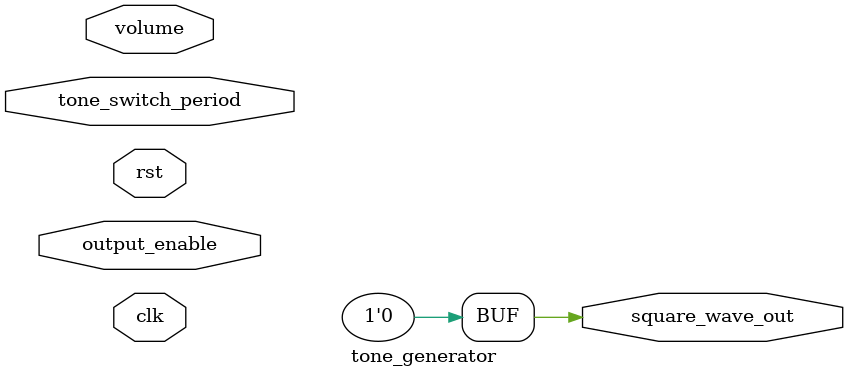
<source format=v>
`timescale 1ns/1ns
module tone_generator (
    input clk,
    input rst,
    input output_enable,
    input [23:0] tone_switch_period,
    input volume,
    output square_wave_out
);
    // TODO: copy your solution from lab3 here
    assign square_wave_out = 1'b0;
endmodule

</source>
